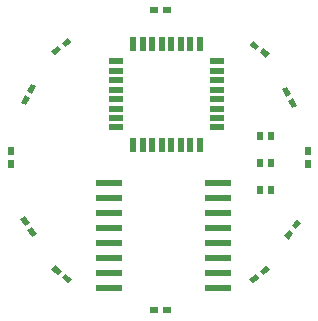
<source format=gtp>
G04 EAGLE Gerber RS-274X export*
G75*
%MOMM*%
%FSLAX34Y34*%
%LPD*%
%INTop Paste*%
%IPPOS*%
%AMOC8*
5,1,8,0,0,1.08239X$1,22.5*%
G01*
%ADD10R,0.700000X0.500000*%
%ADD11R,0.500000X0.700000*%
%ADD12R,2.200000X0.600000*%
%ADD13R,0.600000X0.700000*%
%ADD14R,1.270000X0.558800*%
%ADD15R,0.558800X1.270000*%


D10*
G36*
X222961Y235417D02*
X217356Y239609D01*
X220351Y243613D01*
X225956Y239421D01*
X222961Y235417D01*
G37*
G36*
X231769Y228827D02*
X226164Y233019D01*
X229159Y237023D01*
X234764Y232831D01*
X231769Y228827D01*
G37*
G36*
X31825Y195214D02*
X28701Y188951D01*
X24227Y191182D01*
X27351Y197445D01*
X31825Y195214D01*
G37*
G36*
X36733Y205058D02*
X33609Y198795D01*
X29135Y201026D01*
X32259Y207289D01*
X36733Y205058D01*
G37*
G36*
X58383Y235558D02*
X52868Y231250D01*
X49789Y235190D01*
X55304Y239498D01*
X58383Y235558D01*
G37*
G36*
X67051Y242330D02*
X61536Y238022D01*
X58457Y241962D01*
X63972Y246270D01*
X67051Y242330D01*
G37*
X136740Y269240D03*
X147740Y269240D03*
G36*
X248331Y196255D02*
X245207Y202518D01*
X249681Y204749D01*
X252805Y198486D01*
X248331Y196255D01*
G37*
G36*
X253239Y186411D02*
X250115Y192674D01*
X254589Y194905D01*
X257713Y188642D01*
X253239Y186411D01*
G37*
D11*
X266700Y150280D03*
X266700Y139280D03*
D10*
G36*
X253197Y86919D02*
X257389Y92524D01*
X261393Y89529D01*
X257201Y83924D01*
X253197Y86919D01*
G37*
G36*
X246607Y78111D02*
X250799Y83716D01*
X254803Y80721D01*
X250611Y75116D01*
X246607Y78111D01*
G37*
G36*
X226058Y48922D02*
X231520Y53298D01*
X234646Y49396D01*
X229184Y45020D01*
X226058Y48922D01*
G37*
G36*
X217474Y42044D02*
X222936Y46420D01*
X226062Y42518D01*
X220600Y38142D01*
X217474Y42044D01*
G37*
X147740Y15240D03*
X136740Y15240D03*
G36*
X61544Y46420D02*
X67006Y42044D01*
X63880Y38142D01*
X58418Y42518D01*
X61544Y46420D01*
G37*
G36*
X52960Y53298D02*
X58422Y48922D01*
X55296Y45020D01*
X49834Y49396D01*
X52960Y53298D01*
G37*
G36*
X33669Y86082D02*
X37553Y80260D01*
X33395Y77486D01*
X29511Y83308D01*
X33669Y86082D01*
G37*
G36*
X27565Y95234D02*
X31449Y89412D01*
X27291Y86638D01*
X23407Y92460D01*
X27565Y95234D01*
G37*
D11*
X15240Y139280D03*
X15240Y150280D03*
D12*
X98780Y110490D03*
X190780Y85090D03*
X98780Y123190D03*
X98780Y97790D03*
X98780Y85090D03*
X190780Y97790D03*
X190780Y72390D03*
X190780Y59690D03*
X98780Y59690D03*
X190780Y34290D03*
X98780Y72390D03*
X98780Y46990D03*
X190780Y46990D03*
X98780Y34290D03*
X190780Y110490D03*
X190780Y123190D03*
D13*
X226140Y116840D03*
X236140Y116840D03*
X226140Y162560D03*
X236140Y162560D03*
X226140Y139700D03*
X236140Y139700D03*
D14*
X104394Y226120D03*
X104394Y218120D03*
X104394Y210120D03*
X104394Y202120D03*
X104394Y194120D03*
X104394Y186120D03*
X104394Y178120D03*
X104394Y170120D03*
D15*
X119320Y155194D03*
X127320Y155194D03*
X135320Y155194D03*
X143320Y155194D03*
X151320Y155194D03*
X159320Y155194D03*
X167320Y155194D03*
X175320Y155194D03*
D14*
X190246Y170120D03*
X190246Y178120D03*
X190246Y186120D03*
X190246Y194120D03*
X190246Y202120D03*
X190246Y210120D03*
X190246Y218120D03*
X190246Y226120D03*
D15*
X175320Y241046D03*
X167320Y241046D03*
X159320Y241046D03*
X151320Y241046D03*
X143320Y241046D03*
X135320Y241046D03*
X127320Y241046D03*
X119320Y241046D03*
M02*

</source>
